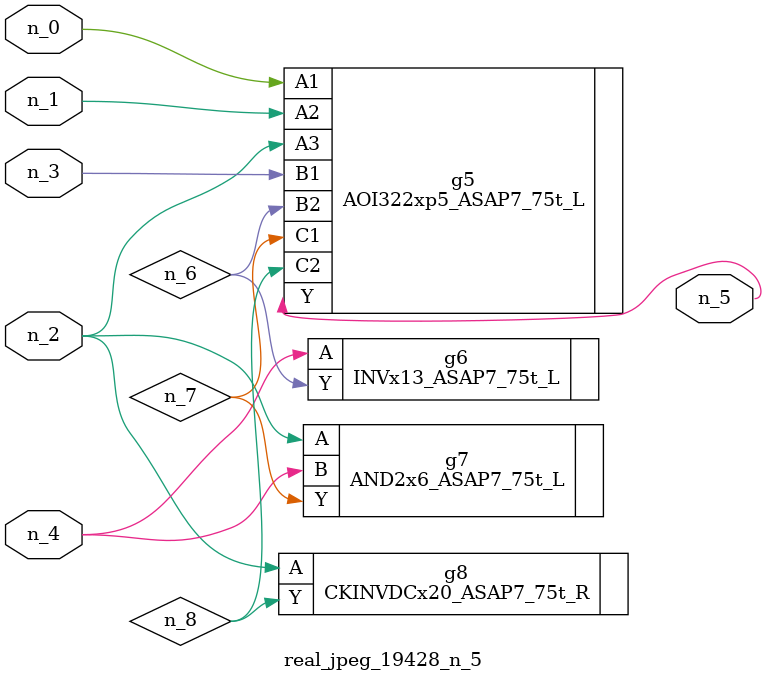
<source format=v>
module real_jpeg_19428_n_5 (n_4, n_0, n_1, n_2, n_3, n_5);

input n_4;
input n_0;
input n_1;
input n_2;
input n_3;

output n_5;

wire n_8;
wire n_6;
wire n_7;

AOI322xp5_ASAP7_75t_L g5 ( 
.A1(n_0),
.A2(n_1),
.A3(n_2),
.B1(n_3),
.B2(n_6),
.C1(n_7),
.C2(n_8),
.Y(n_5)
);

AND2x6_ASAP7_75t_L g7 ( 
.A(n_2),
.B(n_4),
.Y(n_7)
);

CKINVDCx20_ASAP7_75t_R g8 ( 
.A(n_2),
.Y(n_8)
);

INVx13_ASAP7_75t_L g6 ( 
.A(n_4),
.Y(n_6)
);


endmodule
</source>
